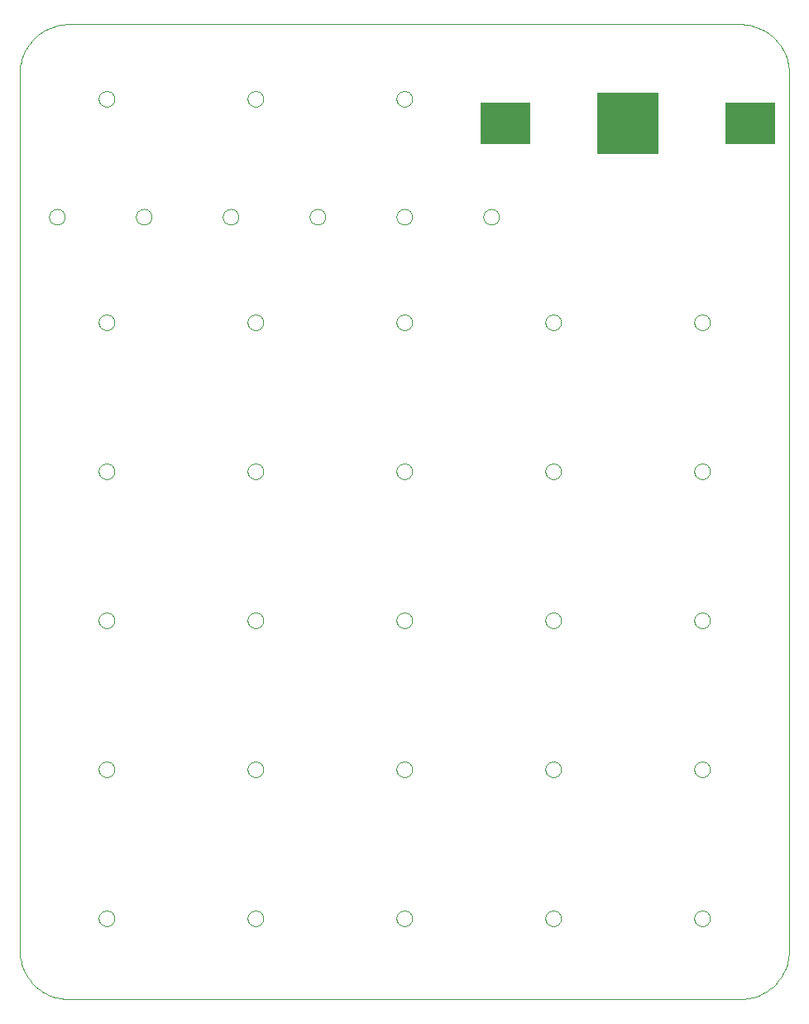
<source format=gbp>
G75*
G70*
%OFA0B0*%
%FSLAX24Y24*%
%IPPOS*%
%LPD*%
%AMOC8*
5,1,8,0,0,1.08239X$1,22.5*
%
%ADD10C,0.0010*%
%ADD11C,0.0039*%
%ADD12C,0.0000*%
%ADD13R,0.2500X0.2500*%
%ADD14R,0.2000X0.1700*%
D10*
X027651Y000151D02*
X029151Y000151D01*
D11*
X000151Y002120D02*
X000151Y018151D01*
X000151Y037433D01*
X000153Y037527D01*
X000160Y037620D01*
X000171Y037713D01*
X000187Y037806D01*
X000207Y037897D01*
X000231Y037988D01*
X000259Y038077D01*
X000292Y038165D01*
X000329Y038251D01*
X000370Y038335D01*
X000415Y038418D01*
X000464Y038498D01*
X000516Y038575D01*
X000572Y038650D01*
X000632Y038722D01*
X000695Y038792D01*
X000761Y038858D01*
X000831Y038921D01*
X000903Y038981D01*
X000978Y039037D01*
X001055Y039089D01*
X001135Y039138D01*
X001218Y039183D01*
X001302Y039224D01*
X001388Y039261D01*
X001476Y039294D01*
X001565Y039322D01*
X001656Y039346D01*
X001747Y039366D01*
X001840Y039382D01*
X001933Y039393D01*
X002026Y039400D01*
X002120Y039402D01*
X002120Y039401D02*
X015651Y039401D01*
X029183Y039401D01*
X029183Y039402D02*
X029277Y039400D01*
X029370Y039393D01*
X029463Y039382D01*
X029556Y039366D01*
X029647Y039346D01*
X029738Y039322D01*
X029827Y039294D01*
X029915Y039261D01*
X030001Y039224D01*
X030085Y039183D01*
X030167Y039138D01*
X030248Y039089D01*
X030325Y039037D01*
X030400Y038981D01*
X030472Y038921D01*
X030542Y038858D01*
X030608Y038792D01*
X030671Y038722D01*
X030731Y038650D01*
X030787Y038575D01*
X030839Y038498D01*
X030888Y038417D01*
X030933Y038335D01*
X030974Y038251D01*
X031011Y038165D01*
X031044Y038077D01*
X031072Y037988D01*
X031096Y037897D01*
X031116Y037806D01*
X031132Y037713D01*
X031143Y037620D01*
X031150Y037527D01*
X031152Y037433D01*
X031151Y037433D02*
X031151Y020901D01*
X031151Y002120D01*
X031152Y002120D02*
X031150Y002026D01*
X031143Y001933D01*
X031132Y001840D01*
X031116Y001747D01*
X031096Y001656D01*
X031072Y001565D01*
X031044Y001476D01*
X031011Y001388D01*
X030974Y001302D01*
X030933Y001218D01*
X030888Y001136D01*
X030839Y001055D01*
X030787Y000978D01*
X030731Y000903D01*
X030671Y000831D01*
X030608Y000761D01*
X030542Y000695D01*
X030472Y000632D01*
X030400Y000572D01*
X030325Y000516D01*
X030248Y000464D01*
X030168Y000415D01*
X030085Y000370D01*
X030001Y000329D01*
X029915Y000292D01*
X029827Y000259D01*
X029738Y000231D01*
X029647Y000207D01*
X029556Y000187D01*
X029463Y000171D01*
X029370Y000160D01*
X029277Y000153D01*
X029183Y000151D01*
X014651Y000151D01*
X002120Y000151D01*
X002026Y000153D01*
X001933Y000160D01*
X001840Y000171D01*
X001747Y000187D01*
X001656Y000207D01*
X001565Y000231D01*
X001476Y000259D01*
X001388Y000292D01*
X001302Y000329D01*
X001218Y000370D01*
X001135Y000415D01*
X001055Y000464D01*
X000978Y000516D01*
X000903Y000572D01*
X000831Y000632D01*
X000761Y000695D01*
X000695Y000761D01*
X000632Y000831D01*
X000572Y000903D01*
X000516Y000978D01*
X000464Y001055D01*
X000415Y001136D01*
X000370Y001218D01*
X000329Y001302D01*
X000292Y001388D01*
X000259Y001476D01*
X000231Y001565D01*
X000207Y001656D01*
X000187Y001747D01*
X000171Y001840D01*
X000160Y001933D01*
X000153Y002026D01*
X000151Y002120D01*
D12*
X003336Y003401D02*
X003338Y003436D01*
X003344Y003471D01*
X003354Y003505D01*
X003367Y003538D01*
X003384Y003569D01*
X003405Y003597D01*
X003428Y003624D01*
X003455Y003647D01*
X003483Y003668D01*
X003514Y003685D01*
X003547Y003698D01*
X003581Y003708D01*
X003616Y003714D01*
X003651Y003716D01*
X003686Y003714D01*
X003721Y003708D01*
X003755Y003698D01*
X003788Y003685D01*
X003819Y003668D01*
X003847Y003647D01*
X003874Y003624D01*
X003897Y003597D01*
X003918Y003569D01*
X003935Y003538D01*
X003948Y003505D01*
X003958Y003471D01*
X003964Y003436D01*
X003966Y003401D01*
X003964Y003366D01*
X003958Y003331D01*
X003948Y003297D01*
X003935Y003264D01*
X003918Y003233D01*
X003897Y003205D01*
X003874Y003178D01*
X003847Y003155D01*
X003819Y003134D01*
X003788Y003117D01*
X003755Y003104D01*
X003721Y003094D01*
X003686Y003088D01*
X003651Y003086D01*
X003616Y003088D01*
X003581Y003094D01*
X003547Y003104D01*
X003514Y003117D01*
X003483Y003134D01*
X003455Y003155D01*
X003428Y003178D01*
X003405Y003205D01*
X003384Y003233D01*
X003367Y003264D01*
X003354Y003297D01*
X003344Y003331D01*
X003338Y003366D01*
X003336Y003401D01*
X003336Y009401D02*
X003338Y009436D01*
X003344Y009471D01*
X003354Y009505D01*
X003367Y009538D01*
X003384Y009569D01*
X003405Y009597D01*
X003428Y009624D01*
X003455Y009647D01*
X003483Y009668D01*
X003514Y009685D01*
X003547Y009698D01*
X003581Y009708D01*
X003616Y009714D01*
X003651Y009716D01*
X003686Y009714D01*
X003721Y009708D01*
X003755Y009698D01*
X003788Y009685D01*
X003819Y009668D01*
X003847Y009647D01*
X003874Y009624D01*
X003897Y009597D01*
X003918Y009569D01*
X003935Y009538D01*
X003948Y009505D01*
X003958Y009471D01*
X003964Y009436D01*
X003966Y009401D01*
X003964Y009366D01*
X003958Y009331D01*
X003948Y009297D01*
X003935Y009264D01*
X003918Y009233D01*
X003897Y009205D01*
X003874Y009178D01*
X003847Y009155D01*
X003819Y009134D01*
X003788Y009117D01*
X003755Y009104D01*
X003721Y009094D01*
X003686Y009088D01*
X003651Y009086D01*
X003616Y009088D01*
X003581Y009094D01*
X003547Y009104D01*
X003514Y009117D01*
X003483Y009134D01*
X003455Y009155D01*
X003428Y009178D01*
X003405Y009205D01*
X003384Y009233D01*
X003367Y009264D01*
X003354Y009297D01*
X003344Y009331D01*
X003338Y009366D01*
X003336Y009401D01*
X003336Y015401D02*
X003338Y015436D01*
X003344Y015471D01*
X003354Y015505D01*
X003367Y015538D01*
X003384Y015569D01*
X003405Y015597D01*
X003428Y015624D01*
X003455Y015647D01*
X003483Y015668D01*
X003514Y015685D01*
X003547Y015698D01*
X003581Y015708D01*
X003616Y015714D01*
X003651Y015716D01*
X003686Y015714D01*
X003721Y015708D01*
X003755Y015698D01*
X003788Y015685D01*
X003819Y015668D01*
X003847Y015647D01*
X003874Y015624D01*
X003897Y015597D01*
X003918Y015569D01*
X003935Y015538D01*
X003948Y015505D01*
X003958Y015471D01*
X003964Y015436D01*
X003966Y015401D01*
X003964Y015366D01*
X003958Y015331D01*
X003948Y015297D01*
X003935Y015264D01*
X003918Y015233D01*
X003897Y015205D01*
X003874Y015178D01*
X003847Y015155D01*
X003819Y015134D01*
X003788Y015117D01*
X003755Y015104D01*
X003721Y015094D01*
X003686Y015088D01*
X003651Y015086D01*
X003616Y015088D01*
X003581Y015094D01*
X003547Y015104D01*
X003514Y015117D01*
X003483Y015134D01*
X003455Y015155D01*
X003428Y015178D01*
X003405Y015205D01*
X003384Y015233D01*
X003367Y015264D01*
X003354Y015297D01*
X003344Y015331D01*
X003338Y015366D01*
X003336Y015401D01*
X003336Y021401D02*
X003338Y021436D01*
X003344Y021471D01*
X003354Y021505D01*
X003367Y021538D01*
X003384Y021569D01*
X003405Y021597D01*
X003428Y021624D01*
X003455Y021647D01*
X003483Y021668D01*
X003514Y021685D01*
X003547Y021698D01*
X003581Y021708D01*
X003616Y021714D01*
X003651Y021716D01*
X003686Y021714D01*
X003721Y021708D01*
X003755Y021698D01*
X003788Y021685D01*
X003819Y021668D01*
X003847Y021647D01*
X003874Y021624D01*
X003897Y021597D01*
X003918Y021569D01*
X003935Y021538D01*
X003948Y021505D01*
X003958Y021471D01*
X003964Y021436D01*
X003966Y021401D01*
X003964Y021366D01*
X003958Y021331D01*
X003948Y021297D01*
X003935Y021264D01*
X003918Y021233D01*
X003897Y021205D01*
X003874Y021178D01*
X003847Y021155D01*
X003819Y021134D01*
X003788Y021117D01*
X003755Y021104D01*
X003721Y021094D01*
X003686Y021088D01*
X003651Y021086D01*
X003616Y021088D01*
X003581Y021094D01*
X003547Y021104D01*
X003514Y021117D01*
X003483Y021134D01*
X003455Y021155D01*
X003428Y021178D01*
X003405Y021205D01*
X003384Y021233D01*
X003367Y021264D01*
X003354Y021297D01*
X003344Y021331D01*
X003338Y021366D01*
X003336Y021401D01*
X003336Y027401D02*
X003338Y027436D01*
X003344Y027471D01*
X003354Y027505D01*
X003367Y027538D01*
X003384Y027569D01*
X003405Y027597D01*
X003428Y027624D01*
X003455Y027647D01*
X003483Y027668D01*
X003514Y027685D01*
X003547Y027698D01*
X003581Y027708D01*
X003616Y027714D01*
X003651Y027716D01*
X003686Y027714D01*
X003721Y027708D01*
X003755Y027698D01*
X003788Y027685D01*
X003819Y027668D01*
X003847Y027647D01*
X003874Y027624D01*
X003897Y027597D01*
X003918Y027569D01*
X003935Y027538D01*
X003948Y027505D01*
X003958Y027471D01*
X003964Y027436D01*
X003966Y027401D01*
X003964Y027366D01*
X003958Y027331D01*
X003948Y027297D01*
X003935Y027264D01*
X003918Y027233D01*
X003897Y027205D01*
X003874Y027178D01*
X003847Y027155D01*
X003819Y027134D01*
X003788Y027117D01*
X003755Y027104D01*
X003721Y027094D01*
X003686Y027088D01*
X003651Y027086D01*
X003616Y027088D01*
X003581Y027094D01*
X003547Y027104D01*
X003514Y027117D01*
X003483Y027134D01*
X003455Y027155D01*
X003428Y027178D01*
X003405Y027205D01*
X003384Y027233D01*
X003367Y027264D01*
X003354Y027297D01*
X003344Y027331D01*
X003338Y027366D01*
X003336Y027401D01*
X001336Y031651D02*
X001338Y031686D01*
X001344Y031721D01*
X001354Y031755D01*
X001367Y031788D01*
X001384Y031819D01*
X001405Y031847D01*
X001428Y031874D01*
X001455Y031897D01*
X001483Y031918D01*
X001514Y031935D01*
X001547Y031948D01*
X001581Y031958D01*
X001616Y031964D01*
X001651Y031966D01*
X001686Y031964D01*
X001721Y031958D01*
X001755Y031948D01*
X001788Y031935D01*
X001819Y031918D01*
X001847Y031897D01*
X001874Y031874D01*
X001897Y031847D01*
X001918Y031819D01*
X001935Y031788D01*
X001948Y031755D01*
X001958Y031721D01*
X001964Y031686D01*
X001966Y031651D01*
X001964Y031616D01*
X001958Y031581D01*
X001948Y031547D01*
X001935Y031514D01*
X001918Y031483D01*
X001897Y031455D01*
X001874Y031428D01*
X001847Y031405D01*
X001819Y031384D01*
X001788Y031367D01*
X001755Y031354D01*
X001721Y031344D01*
X001686Y031338D01*
X001651Y031336D01*
X001616Y031338D01*
X001581Y031344D01*
X001547Y031354D01*
X001514Y031367D01*
X001483Y031384D01*
X001455Y031405D01*
X001428Y031428D01*
X001405Y031455D01*
X001384Y031483D01*
X001367Y031514D01*
X001354Y031547D01*
X001344Y031581D01*
X001338Y031616D01*
X001336Y031651D01*
X004836Y031651D02*
X004838Y031686D01*
X004844Y031721D01*
X004854Y031755D01*
X004867Y031788D01*
X004884Y031819D01*
X004905Y031847D01*
X004928Y031874D01*
X004955Y031897D01*
X004983Y031918D01*
X005014Y031935D01*
X005047Y031948D01*
X005081Y031958D01*
X005116Y031964D01*
X005151Y031966D01*
X005186Y031964D01*
X005221Y031958D01*
X005255Y031948D01*
X005288Y031935D01*
X005319Y031918D01*
X005347Y031897D01*
X005374Y031874D01*
X005397Y031847D01*
X005418Y031819D01*
X005435Y031788D01*
X005448Y031755D01*
X005458Y031721D01*
X005464Y031686D01*
X005466Y031651D01*
X005464Y031616D01*
X005458Y031581D01*
X005448Y031547D01*
X005435Y031514D01*
X005418Y031483D01*
X005397Y031455D01*
X005374Y031428D01*
X005347Y031405D01*
X005319Y031384D01*
X005288Y031367D01*
X005255Y031354D01*
X005221Y031344D01*
X005186Y031338D01*
X005151Y031336D01*
X005116Y031338D01*
X005081Y031344D01*
X005047Y031354D01*
X005014Y031367D01*
X004983Y031384D01*
X004955Y031405D01*
X004928Y031428D01*
X004905Y031455D01*
X004884Y031483D01*
X004867Y031514D01*
X004854Y031547D01*
X004844Y031581D01*
X004838Y031616D01*
X004836Y031651D01*
X008336Y031651D02*
X008338Y031686D01*
X008344Y031721D01*
X008354Y031755D01*
X008367Y031788D01*
X008384Y031819D01*
X008405Y031847D01*
X008428Y031874D01*
X008455Y031897D01*
X008483Y031918D01*
X008514Y031935D01*
X008547Y031948D01*
X008581Y031958D01*
X008616Y031964D01*
X008651Y031966D01*
X008686Y031964D01*
X008721Y031958D01*
X008755Y031948D01*
X008788Y031935D01*
X008819Y031918D01*
X008847Y031897D01*
X008874Y031874D01*
X008897Y031847D01*
X008918Y031819D01*
X008935Y031788D01*
X008948Y031755D01*
X008958Y031721D01*
X008964Y031686D01*
X008966Y031651D01*
X008964Y031616D01*
X008958Y031581D01*
X008948Y031547D01*
X008935Y031514D01*
X008918Y031483D01*
X008897Y031455D01*
X008874Y031428D01*
X008847Y031405D01*
X008819Y031384D01*
X008788Y031367D01*
X008755Y031354D01*
X008721Y031344D01*
X008686Y031338D01*
X008651Y031336D01*
X008616Y031338D01*
X008581Y031344D01*
X008547Y031354D01*
X008514Y031367D01*
X008483Y031384D01*
X008455Y031405D01*
X008428Y031428D01*
X008405Y031455D01*
X008384Y031483D01*
X008367Y031514D01*
X008354Y031547D01*
X008344Y031581D01*
X008338Y031616D01*
X008336Y031651D01*
X009336Y027401D02*
X009338Y027436D01*
X009344Y027471D01*
X009354Y027505D01*
X009367Y027538D01*
X009384Y027569D01*
X009405Y027597D01*
X009428Y027624D01*
X009455Y027647D01*
X009483Y027668D01*
X009514Y027685D01*
X009547Y027698D01*
X009581Y027708D01*
X009616Y027714D01*
X009651Y027716D01*
X009686Y027714D01*
X009721Y027708D01*
X009755Y027698D01*
X009788Y027685D01*
X009819Y027668D01*
X009847Y027647D01*
X009874Y027624D01*
X009897Y027597D01*
X009918Y027569D01*
X009935Y027538D01*
X009948Y027505D01*
X009958Y027471D01*
X009964Y027436D01*
X009966Y027401D01*
X009964Y027366D01*
X009958Y027331D01*
X009948Y027297D01*
X009935Y027264D01*
X009918Y027233D01*
X009897Y027205D01*
X009874Y027178D01*
X009847Y027155D01*
X009819Y027134D01*
X009788Y027117D01*
X009755Y027104D01*
X009721Y027094D01*
X009686Y027088D01*
X009651Y027086D01*
X009616Y027088D01*
X009581Y027094D01*
X009547Y027104D01*
X009514Y027117D01*
X009483Y027134D01*
X009455Y027155D01*
X009428Y027178D01*
X009405Y027205D01*
X009384Y027233D01*
X009367Y027264D01*
X009354Y027297D01*
X009344Y027331D01*
X009338Y027366D01*
X009336Y027401D01*
X011836Y031651D02*
X011838Y031686D01*
X011844Y031721D01*
X011854Y031755D01*
X011867Y031788D01*
X011884Y031819D01*
X011905Y031847D01*
X011928Y031874D01*
X011955Y031897D01*
X011983Y031918D01*
X012014Y031935D01*
X012047Y031948D01*
X012081Y031958D01*
X012116Y031964D01*
X012151Y031966D01*
X012186Y031964D01*
X012221Y031958D01*
X012255Y031948D01*
X012288Y031935D01*
X012319Y031918D01*
X012347Y031897D01*
X012374Y031874D01*
X012397Y031847D01*
X012418Y031819D01*
X012435Y031788D01*
X012448Y031755D01*
X012458Y031721D01*
X012464Y031686D01*
X012466Y031651D01*
X012464Y031616D01*
X012458Y031581D01*
X012448Y031547D01*
X012435Y031514D01*
X012418Y031483D01*
X012397Y031455D01*
X012374Y031428D01*
X012347Y031405D01*
X012319Y031384D01*
X012288Y031367D01*
X012255Y031354D01*
X012221Y031344D01*
X012186Y031338D01*
X012151Y031336D01*
X012116Y031338D01*
X012081Y031344D01*
X012047Y031354D01*
X012014Y031367D01*
X011983Y031384D01*
X011955Y031405D01*
X011928Y031428D01*
X011905Y031455D01*
X011884Y031483D01*
X011867Y031514D01*
X011854Y031547D01*
X011844Y031581D01*
X011838Y031616D01*
X011836Y031651D01*
X015336Y031651D02*
X015338Y031686D01*
X015344Y031721D01*
X015354Y031755D01*
X015367Y031788D01*
X015384Y031819D01*
X015405Y031847D01*
X015428Y031874D01*
X015455Y031897D01*
X015483Y031918D01*
X015514Y031935D01*
X015547Y031948D01*
X015581Y031958D01*
X015616Y031964D01*
X015651Y031966D01*
X015686Y031964D01*
X015721Y031958D01*
X015755Y031948D01*
X015788Y031935D01*
X015819Y031918D01*
X015847Y031897D01*
X015874Y031874D01*
X015897Y031847D01*
X015918Y031819D01*
X015935Y031788D01*
X015948Y031755D01*
X015958Y031721D01*
X015964Y031686D01*
X015966Y031651D01*
X015964Y031616D01*
X015958Y031581D01*
X015948Y031547D01*
X015935Y031514D01*
X015918Y031483D01*
X015897Y031455D01*
X015874Y031428D01*
X015847Y031405D01*
X015819Y031384D01*
X015788Y031367D01*
X015755Y031354D01*
X015721Y031344D01*
X015686Y031338D01*
X015651Y031336D01*
X015616Y031338D01*
X015581Y031344D01*
X015547Y031354D01*
X015514Y031367D01*
X015483Y031384D01*
X015455Y031405D01*
X015428Y031428D01*
X015405Y031455D01*
X015384Y031483D01*
X015367Y031514D01*
X015354Y031547D01*
X015344Y031581D01*
X015338Y031616D01*
X015336Y031651D01*
X015336Y027401D02*
X015338Y027436D01*
X015344Y027471D01*
X015354Y027505D01*
X015367Y027538D01*
X015384Y027569D01*
X015405Y027597D01*
X015428Y027624D01*
X015455Y027647D01*
X015483Y027668D01*
X015514Y027685D01*
X015547Y027698D01*
X015581Y027708D01*
X015616Y027714D01*
X015651Y027716D01*
X015686Y027714D01*
X015721Y027708D01*
X015755Y027698D01*
X015788Y027685D01*
X015819Y027668D01*
X015847Y027647D01*
X015874Y027624D01*
X015897Y027597D01*
X015918Y027569D01*
X015935Y027538D01*
X015948Y027505D01*
X015958Y027471D01*
X015964Y027436D01*
X015966Y027401D01*
X015964Y027366D01*
X015958Y027331D01*
X015948Y027297D01*
X015935Y027264D01*
X015918Y027233D01*
X015897Y027205D01*
X015874Y027178D01*
X015847Y027155D01*
X015819Y027134D01*
X015788Y027117D01*
X015755Y027104D01*
X015721Y027094D01*
X015686Y027088D01*
X015651Y027086D01*
X015616Y027088D01*
X015581Y027094D01*
X015547Y027104D01*
X015514Y027117D01*
X015483Y027134D01*
X015455Y027155D01*
X015428Y027178D01*
X015405Y027205D01*
X015384Y027233D01*
X015367Y027264D01*
X015354Y027297D01*
X015344Y027331D01*
X015338Y027366D01*
X015336Y027401D01*
X018836Y031651D02*
X018838Y031686D01*
X018844Y031721D01*
X018854Y031755D01*
X018867Y031788D01*
X018884Y031819D01*
X018905Y031847D01*
X018928Y031874D01*
X018955Y031897D01*
X018983Y031918D01*
X019014Y031935D01*
X019047Y031948D01*
X019081Y031958D01*
X019116Y031964D01*
X019151Y031966D01*
X019186Y031964D01*
X019221Y031958D01*
X019255Y031948D01*
X019288Y031935D01*
X019319Y031918D01*
X019347Y031897D01*
X019374Y031874D01*
X019397Y031847D01*
X019418Y031819D01*
X019435Y031788D01*
X019448Y031755D01*
X019458Y031721D01*
X019464Y031686D01*
X019466Y031651D01*
X019464Y031616D01*
X019458Y031581D01*
X019448Y031547D01*
X019435Y031514D01*
X019418Y031483D01*
X019397Y031455D01*
X019374Y031428D01*
X019347Y031405D01*
X019319Y031384D01*
X019288Y031367D01*
X019255Y031354D01*
X019221Y031344D01*
X019186Y031338D01*
X019151Y031336D01*
X019116Y031338D01*
X019081Y031344D01*
X019047Y031354D01*
X019014Y031367D01*
X018983Y031384D01*
X018955Y031405D01*
X018928Y031428D01*
X018905Y031455D01*
X018884Y031483D01*
X018867Y031514D01*
X018854Y031547D01*
X018844Y031581D01*
X018838Y031616D01*
X018836Y031651D01*
X021336Y027401D02*
X021338Y027436D01*
X021344Y027471D01*
X021354Y027505D01*
X021367Y027538D01*
X021384Y027569D01*
X021405Y027597D01*
X021428Y027624D01*
X021455Y027647D01*
X021483Y027668D01*
X021514Y027685D01*
X021547Y027698D01*
X021581Y027708D01*
X021616Y027714D01*
X021651Y027716D01*
X021686Y027714D01*
X021721Y027708D01*
X021755Y027698D01*
X021788Y027685D01*
X021819Y027668D01*
X021847Y027647D01*
X021874Y027624D01*
X021897Y027597D01*
X021918Y027569D01*
X021935Y027538D01*
X021948Y027505D01*
X021958Y027471D01*
X021964Y027436D01*
X021966Y027401D01*
X021964Y027366D01*
X021958Y027331D01*
X021948Y027297D01*
X021935Y027264D01*
X021918Y027233D01*
X021897Y027205D01*
X021874Y027178D01*
X021847Y027155D01*
X021819Y027134D01*
X021788Y027117D01*
X021755Y027104D01*
X021721Y027094D01*
X021686Y027088D01*
X021651Y027086D01*
X021616Y027088D01*
X021581Y027094D01*
X021547Y027104D01*
X021514Y027117D01*
X021483Y027134D01*
X021455Y027155D01*
X021428Y027178D01*
X021405Y027205D01*
X021384Y027233D01*
X021367Y027264D01*
X021354Y027297D01*
X021344Y027331D01*
X021338Y027366D01*
X021336Y027401D01*
X021336Y021401D02*
X021338Y021436D01*
X021344Y021471D01*
X021354Y021505D01*
X021367Y021538D01*
X021384Y021569D01*
X021405Y021597D01*
X021428Y021624D01*
X021455Y021647D01*
X021483Y021668D01*
X021514Y021685D01*
X021547Y021698D01*
X021581Y021708D01*
X021616Y021714D01*
X021651Y021716D01*
X021686Y021714D01*
X021721Y021708D01*
X021755Y021698D01*
X021788Y021685D01*
X021819Y021668D01*
X021847Y021647D01*
X021874Y021624D01*
X021897Y021597D01*
X021918Y021569D01*
X021935Y021538D01*
X021948Y021505D01*
X021958Y021471D01*
X021964Y021436D01*
X021966Y021401D01*
X021964Y021366D01*
X021958Y021331D01*
X021948Y021297D01*
X021935Y021264D01*
X021918Y021233D01*
X021897Y021205D01*
X021874Y021178D01*
X021847Y021155D01*
X021819Y021134D01*
X021788Y021117D01*
X021755Y021104D01*
X021721Y021094D01*
X021686Y021088D01*
X021651Y021086D01*
X021616Y021088D01*
X021581Y021094D01*
X021547Y021104D01*
X021514Y021117D01*
X021483Y021134D01*
X021455Y021155D01*
X021428Y021178D01*
X021405Y021205D01*
X021384Y021233D01*
X021367Y021264D01*
X021354Y021297D01*
X021344Y021331D01*
X021338Y021366D01*
X021336Y021401D01*
X021336Y015401D02*
X021338Y015436D01*
X021344Y015471D01*
X021354Y015505D01*
X021367Y015538D01*
X021384Y015569D01*
X021405Y015597D01*
X021428Y015624D01*
X021455Y015647D01*
X021483Y015668D01*
X021514Y015685D01*
X021547Y015698D01*
X021581Y015708D01*
X021616Y015714D01*
X021651Y015716D01*
X021686Y015714D01*
X021721Y015708D01*
X021755Y015698D01*
X021788Y015685D01*
X021819Y015668D01*
X021847Y015647D01*
X021874Y015624D01*
X021897Y015597D01*
X021918Y015569D01*
X021935Y015538D01*
X021948Y015505D01*
X021958Y015471D01*
X021964Y015436D01*
X021966Y015401D01*
X021964Y015366D01*
X021958Y015331D01*
X021948Y015297D01*
X021935Y015264D01*
X021918Y015233D01*
X021897Y015205D01*
X021874Y015178D01*
X021847Y015155D01*
X021819Y015134D01*
X021788Y015117D01*
X021755Y015104D01*
X021721Y015094D01*
X021686Y015088D01*
X021651Y015086D01*
X021616Y015088D01*
X021581Y015094D01*
X021547Y015104D01*
X021514Y015117D01*
X021483Y015134D01*
X021455Y015155D01*
X021428Y015178D01*
X021405Y015205D01*
X021384Y015233D01*
X021367Y015264D01*
X021354Y015297D01*
X021344Y015331D01*
X021338Y015366D01*
X021336Y015401D01*
X021336Y009401D02*
X021338Y009436D01*
X021344Y009471D01*
X021354Y009505D01*
X021367Y009538D01*
X021384Y009569D01*
X021405Y009597D01*
X021428Y009624D01*
X021455Y009647D01*
X021483Y009668D01*
X021514Y009685D01*
X021547Y009698D01*
X021581Y009708D01*
X021616Y009714D01*
X021651Y009716D01*
X021686Y009714D01*
X021721Y009708D01*
X021755Y009698D01*
X021788Y009685D01*
X021819Y009668D01*
X021847Y009647D01*
X021874Y009624D01*
X021897Y009597D01*
X021918Y009569D01*
X021935Y009538D01*
X021948Y009505D01*
X021958Y009471D01*
X021964Y009436D01*
X021966Y009401D01*
X021964Y009366D01*
X021958Y009331D01*
X021948Y009297D01*
X021935Y009264D01*
X021918Y009233D01*
X021897Y009205D01*
X021874Y009178D01*
X021847Y009155D01*
X021819Y009134D01*
X021788Y009117D01*
X021755Y009104D01*
X021721Y009094D01*
X021686Y009088D01*
X021651Y009086D01*
X021616Y009088D01*
X021581Y009094D01*
X021547Y009104D01*
X021514Y009117D01*
X021483Y009134D01*
X021455Y009155D01*
X021428Y009178D01*
X021405Y009205D01*
X021384Y009233D01*
X021367Y009264D01*
X021354Y009297D01*
X021344Y009331D01*
X021338Y009366D01*
X021336Y009401D01*
X021336Y003401D02*
X021338Y003436D01*
X021344Y003471D01*
X021354Y003505D01*
X021367Y003538D01*
X021384Y003569D01*
X021405Y003597D01*
X021428Y003624D01*
X021455Y003647D01*
X021483Y003668D01*
X021514Y003685D01*
X021547Y003698D01*
X021581Y003708D01*
X021616Y003714D01*
X021651Y003716D01*
X021686Y003714D01*
X021721Y003708D01*
X021755Y003698D01*
X021788Y003685D01*
X021819Y003668D01*
X021847Y003647D01*
X021874Y003624D01*
X021897Y003597D01*
X021918Y003569D01*
X021935Y003538D01*
X021948Y003505D01*
X021958Y003471D01*
X021964Y003436D01*
X021966Y003401D01*
X021964Y003366D01*
X021958Y003331D01*
X021948Y003297D01*
X021935Y003264D01*
X021918Y003233D01*
X021897Y003205D01*
X021874Y003178D01*
X021847Y003155D01*
X021819Y003134D01*
X021788Y003117D01*
X021755Y003104D01*
X021721Y003094D01*
X021686Y003088D01*
X021651Y003086D01*
X021616Y003088D01*
X021581Y003094D01*
X021547Y003104D01*
X021514Y003117D01*
X021483Y003134D01*
X021455Y003155D01*
X021428Y003178D01*
X021405Y003205D01*
X021384Y003233D01*
X021367Y003264D01*
X021354Y003297D01*
X021344Y003331D01*
X021338Y003366D01*
X021336Y003401D01*
X015336Y003401D02*
X015338Y003436D01*
X015344Y003471D01*
X015354Y003505D01*
X015367Y003538D01*
X015384Y003569D01*
X015405Y003597D01*
X015428Y003624D01*
X015455Y003647D01*
X015483Y003668D01*
X015514Y003685D01*
X015547Y003698D01*
X015581Y003708D01*
X015616Y003714D01*
X015651Y003716D01*
X015686Y003714D01*
X015721Y003708D01*
X015755Y003698D01*
X015788Y003685D01*
X015819Y003668D01*
X015847Y003647D01*
X015874Y003624D01*
X015897Y003597D01*
X015918Y003569D01*
X015935Y003538D01*
X015948Y003505D01*
X015958Y003471D01*
X015964Y003436D01*
X015966Y003401D01*
X015964Y003366D01*
X015958Y003331D01*
X015948Y003297D01*
X015935Y003264D01*
X015918Y003233D01*
X015897Y003205D01*
X015874Y003178D01*
X015847Y003155D01*
X015819Y003134D01*
X015788Y003117D01*
X015755Y003104D01*
X015721Y003094D01*
X015686Y003088D01*
X015651Y003086D01*
X015616Y003088D01*
X015581Y003094D01*
X015547Y003104D01*
X015514Y003117D01*
X015483Y003134D01*
X015455Y003155D01*
X015428Y003178D01*
X015405Y003205D01*
X015384Y003233D01*
X015367Y003264D01*
X015354Y003297D01*
X015344Y003331D01*
X015338Y003366D01*
X015336Y003401D01*
X015336Y009401D02*
X015338Y009436D01*
X015344Y009471D01*
X015354Y009505D01*
X015367Y009538D01*
X015384Y009569D01*
X015405Y009597D01*
X015428Y009624D01*
X015455Y009647D01*
X015483Y009668D01*
X015514Y009685D01*
X015547Y009698D01*
X015581Y009708D01*
X015616Y009714D01*
X015651Y009716D01*
X015686Y009714D01*
X015721Y009708D01*
X015755Y009698D01*
X015788Y009685D01*
X015819Y009668D01*
X015847Y009647D01*
X015874Y009624D01*
X015897Y009597D01*
X015918Y009569D01*
X015935Y009538D01*
X015948Y009505D01*
X015958Y009471D01*
X015964Y009436D01*
X015966Y009401D01*
X015964Y009366D01*
X015958Y009331D01*
X015948Y009297D01*
X015935Y009264D01*
X015918Y009233D01*
X015897Y009205D01*
X015874Y009178D01*
X015847Y009155D01*
X015819Y009134D01*
X015788Y009117D01*
X015755Y009104D01*
X015721Y009094D01*
X015686Y009088D01*
X015651Y009086D01*
X015616Y009088D01*
X015581Y009094D01*
X015547Y009104D01*
X015514Y009117D01*
X015483Y009134D01*
X015455Y009155D01*
X015428Y009178D01*
X015405Y009205D01*
X015384Y009233D01*
X015367Y009264D01*
X015354Y009297D01*
X015344Y009331D01*
X015338Y009366D01*
X015336Y009401D01*
X015336Y015401D02*
X015338Y015436D01*
X015344Y015471D01*
X015354Y015505D01*
X015367Y015538D01*
X015384Y015569D01*
X015405Y015597D01*
X015428Y015624D01*
X015455Y015647D01*
X015483Y015668D01*
X015514Y015685D01*
X015547Y015698D01*
X015581Y015708D01*
X015616Y015714D01*
X015651Y015716D01*
X015686Y015714D01*
X015721Y015708D01*
X015755Y015698D01*
X015788Y015685D01*
X015819Y015668D01*
X015847Y015647D01*
X015874Y015624D01*
X015897Y015597D01*
X015918Y015569D01*
X015935Y015538D01*
X015948Y015505D01*
X015958Y015471D01*
X015964Y015436D01*
X015966Y015401D01*
X015964Y015366D01*
X015958Y015331D01*
X015948Y015297D01*
X015935Y015264D01*
X015918Y015233D01*
X015897Y015205D01*
X015874Y015178D01*
X015847Y015155D01*
X015819Y015134D01*
X015788Y015117D01*
X015755Y015104D01*
X015721Y015094D01*
X015686Y015088D01*
X015651Y015086D01*
X015616Y015088D01*
X015581Y015094D01*
X015547Y015104D01*
X015514Y015117D01*
X015483Y015134D01*
X015455Y015155D01*
X015428Y015178D01*
X015405Y015205D01*
X015384Y015233D01*
X015367Y015264D01*
X015354Y015297D01*
X015344Y015331D01*
X015338Y015366D01*
X015336Y015401D01*
X015336Y021401D02*
X015338Y021436D01*
X015344Y021471D01*
X015354Y021505D01*
X015367Y021538D01*
X015384Y021569D01*
X015405Y021597D01*
X015428Y021624D01*
X015455Y021647D01*
X015483Y021668D01*
X015514Y021685D01*
X015547Y021698D01*
X015581Y021708D01*
X015616Y021714D01*
X015651Y021716D01*
X015686Y021714D01*
X015721Y021708D01*
X015755Y021698D01*
X015788Y021685D01*
X015819Y021668D01*
X015847Y021647D01*
X015874Y021624D01*
X015897Y021597D01*
X015918Y021569D01*
X015935Y021538D01*
X015948Y021505D01*
X015958Y021471D01*
X015964Y021436D01*
X015966Y021401D01*
X015964Y021366D01*
X015958Y021331D01*
X015948Y021297D01*
X015935Y021264D01*
X015918Y021233D01*
X015897Y021205D01*
X015874Y021178D01*
X015847Y021155D01*
X015819Y021134D01*
X015788Y021117D01*
X015755Y021104D01*
X015721Y021094D01*
X015686Y021088D01*
X015651Y021086D01*
X015616Y021088D01*
X015581Y021094D01*
X015547Y021104D01*
X015514Y021117D01*
X015483Y021134D01*
X015455Y021155D01*
X015428Y021178D01*
X015405Y021205D01*
X015384Y021233D01*
X015367Y021264D01*
X015354Y021297D01*
X015344Y021331D01*
X015338Y021366D01*
X015336Y021401D01*
X009336Y021401D02*
X009338Y021436D01*
X009344Y021471D01*
X009354Y021505D01*
X009367Y021538D01*
X009384Y021569D01*
X009405Y021597D01*
X009428Y021624D01*
X009455Y021647D01*
X009483Y021668D01*
X009514Y021685D01*
X009547Y021698D01*
X009581Y021708D01*
X009616Y021714D01*
X009651Y021716D01*
X009686Y021714D01*
X009721Y021708D01*
X009755Y021698D01*
X009788Y021685D01*
X009819Y021668D01*
X009847Y021647D01*
X009874Y021624D01*
X009897Y021597D01*
X009918Y021569D01*
X009935Y021538D01*
X009948Y021505D01*
X009958Y021471D01*
X009964Y021436D01*
X009966Y021401D01*
X009964Y021366D01*
X009958Y021331D01*
X009948Y021297D01*
X009935Y021264D01*
X009918Y021233D01*
X009897Y021205D01*
X009874Y021178D01*
X009847Y021155D01*
X009819Y021134D01*
X009788Y021117D01*
X009755Y021104D01*
X009721Y021094D01*
X009686Y021088D01*
X009651Y021086D01*
X009616Y021088D01*
X009581Y021094D01*
X009547Y021104D01*
X009514Y021117D01*
X009483Y021134D01*
X009455Y021155D01*
X009428Y021178D01*
X009405Y021205D01*
X009384Y021233D01*
X009367Y021264D01*
X009354Y021297D01*
X009344Y021331D01*
X009338Y021366D01*
X009336Y021401D01*
X009336Y015401D02*
X009338Y015436D01*
X009344Y015471D01*
X009354Y015505D01*
X009367Y015538D01*
X009384Y015569D01*
X009405Y015597D01*
X009428Y015624D01*
X009455Y015647D01*
X009483Y015668D01*
X009514Y015685D01*
X009547Y015698D01*
X009581Y015708D01*
X009616Y015714D01*
X009651Y015716D01*
X009686Y015714D01*
X009721Y015708D01*
X009755Y015698D01*
X009788Y015685D01*
X009819Y015668D01*
X009847Y015647D01*
X009874Y015624D01*
X009897Y015597D01*
X009918Y015569D01*
X009935Y015538D01*
X009948Y015505D01*
X009958Y015471D01*
X009964Y015436D01*
X009966Y015401D01*
X009964Y015366D01*
X009958Y015331D01*
X009948Y015297D01*
X009935Y015264D01*
X009918Y015233D01*
X009897Y015205D01*
X009874Y015178D01*
X009847Y015155D01*
X009819Y015134D01*
X009788Y015117D01*
X009755Y015104D01*
X009721Y015094D01*
X009686Y015088D01*
X009651Y015086D01*
X009616Y015088D01*
X009581Y015094D01*
X009547Y015104D01*
X009514Y015117D01*
X009483Y015134D01*
X009455Y015155D01*
X009428Y015178D01*
X009405Y015205D01*
X009384Y015233D01*
X009367Y015264D01*
X009354Y015297D01*
X009344Y015331D01*
X009338Y015366D01*
X009336Y015401D01*
X009336Y009401D02*
X009338Y009436D01*
X009344Y009471D01*
X009354Y009505D01*
X009367Y009538D01*
X009384Y009569D01*
X009405Y009597D01*
X009428Y009624D01*
X009455Y009647D01*
X009483Y009668D01*
X009514Y009685D01*
X009547Y009698D01*
X009581Y009708D01*
X009616Y009714D01*
X009651Y009716D01*
X009686Y009714D01*
X009721Y009708D01*
X009755Y009698D01*
X009788Y009685D01*
X009819Y009668D01*
X009847Y009647D01*
X009874Y009624D01*
X009897Y009597D01*
X009918Y009569D01*
X009935Y009538D01*
X009948Y009505D01*
X009958Y009471D01*
X009964Y009436D01*
X009966Y009401D01*
X009964Y009366D01*
X009958Y009331D01*
X009948Y009297D01*
X009935Y009264D01*
X009918Y009233D01*
X009897Y009205D01*
X009874Y009178D01*
X009847Y009155D01*
X009819Y009134D01*
X009788Y009117D01*
X009755Y009104D01*
X009721Y009094D01*
X009686Y009088D01*
X009651Y009086D01*
X009616Y009088D01*
X009581Y009094D01*
X009547Y009104D01*
X009514Y009117D01*
X009483Y009134D01*
X009455Y009155D01*
X009428Y009178D01*
X009405Y009205D01*
X009384Y009233D01*
X009367Y009264D01*
X009354Y009297D01*
X009344Y009331D01*
X009338Y009366D01*
X009336Y009401D01*
X009336Y003401D02*
X009338Y003436D01*
X009344Y003471D01*
X009354Y003505D01*
X009367Y003538D01*
X009384Y003569D01*
X009405Y003597D01*
X009428Y003624D01*
X009455Y003647D01*
X009483Y003668D01*
X009514Y003685D01*
X009547Y003698D01*
X009581Y003708D01*
X009616Y003714D01*
X009651Y003716D01*
X009686Y003714D01*
X009721Y003708D01*
X009755Y003698D01*
X009788Y003685D01*
X009819Y003668D01*
X009847Y003647D01*
X009874Y003624D01*
X009897Y003597D01*
X009918Y003569D01*
X009935Y003538D01*
X009948Y003505D01*
X009958Y003471D01*
X009964Y003436D01*
X009966Y003401D01*
X009964Y003366D01*
X009958Y003331D01*
X009948Y003297D01*
X009935Y003264D01*
X009918Y003233D01*
X009897Y003205D01*
X009874Y003178D01*
X009847Y003155D01*
X009819Y003134D01*
X009788Y003117D01*
X009755Y003104D01*
X009721Y003094D01*
X009686Y003088D01*
X009651Y003086D01*
X009616Y003088D01*
X009581Y003094D01*
X009547Y003104D01*
X009514Y003117D01*
X009483Y003134D01*
X009455Y003155D01*
X009428Y003178D01*
X009405Y003205D01*
X009384Y003233D01*
X009367Y003264D01*
X009354Y003297D01*
X009344Y003331D01*
X009338Y003366D01*
X009336Y003401D01*
X027336Y003401D02*
X027338Y003436D01*
X027344Y003471D01*
X027354Y003505D01*
X027367Y003538D01*
X027384Y003569D01*
X027405Y003597D01*
X027428Y003624D01*
X027455Y003647D01*
X027483Y003668D01*
X027514Y003685D01*
X027547Y003698D01*
X027581Y003708D01*
X027616Y003714D01*
X027651Y003716D01*
X027686Y003714D01*
X027721Y003708D01*
X027755Y003698D01*
X027788Y003685D01*
X027819Y003668D01*
X027847Y003647D01*
X027874Y003624D01*
X027897Y003597D01*
X027918Y003569D01*
X027935Y003538D01*
X027948Y003505D01*
X027958Y003471D01*
X027964Y003436D01*
X027966Y003401D01*
X027964Y003366D01*
X027958Y003331D01*
X027948Y003297D01*
X027935Y003264D01*
X027918Y003233D01*
X027897Y003205D01*
X027874Y003178D01*
X027847Y003155D01*
X027819Y003134D01*
X027788Y003117D01*
X027755Y003104D01*
X027721Y003094D01*
X027686Y003088D01*
X027651Y003086D01*
X027616Y003088D01*
X027581Y003094D01*
X027547Y003104D01*
X027514Y003117D01*
X027483Y003134D01*
X027455Y003155D01*
X027428Y003178D01*
X027405Y003205D01*
X027384Y003233D01*
X027367Y003264D01*
X027354Y003297D01*
X027344Y003331D01*
X027338Y003366D01*
X027336Y003401D01*
X027336Y009401D02*
X027338Y009436D01*
X027344Y009471D01*
X027354Y009505D01*
X027367Y009538D01*
X027384Y009569D01*
X027405Y009597D01*
X027428Y009624D01*
X027455Y009647D01*
X027483Y009668D01*
X027514Y009685D01*
X027547Y009698D01*
X027581Y009708D01*
X027616Y009714D01*
X027651Y009716D01*
X027686Y009714D01*
X027721Y009708D01*
X027755Y009698D01*
X027788Y009685D01*
X027819Y009668D01*
X027847Y009647D01*
X027874Y009624D01*
X027897Y009597D01*
X027918Y009569D01*
X027935Y009538D01*
X027948Y009505D01*
X027958Y009471D01*
X027964Y009436D01*
X027966Y009401D01*
X027964Y009366D01*
X027958Y009331D01*
X027948Y009297D01*
X027935Y009264D01*
X027918Y009233D01*
X027897Y009205D01*
X027874Y009178D01*
X027847Y009155D01*
X027819Y009134D01*
X027788Y009117D01*
X027755Y009104D01*
X027721Y009094D01*
X027686Y009088D01*
X027651Y009086D01*
X027616Y009088D01*
X027581Y009094D01*
X027547Y009104D01*
X027514Y009117D01*
X027483Y009134D01*
X027455Y009155D01*
X027428Y009178D01*
X027405Y009205D01*
X027384Y009233D01*
X027367Y009264D01*
X027354Y009297D01*
X027344Y009331D01*
X027338Y009366D01*
X027336Y009401D01*
X027336Y015401D02*
X027338Y015436D01*
X027344Y015471D01*
X027354Y015505D01*
X027367Y015538D01*
X027384Y015569D01*
X027405Y015597D01*
X027428Y015624D01*
X027455Y015647D01*
X027483Y015668D01*
X027514Y015685D01*
X027547Y015698D01*
X027581Y015708D01*
X027616Y015714D01*
X027651Y015716D01*
X027686Y015714D01*
X027721Y015708D01*
X027755Y015698D01*
X027788Y015685D01*
X027819Y015668D01*
X027847Y015647D01*
X027874Y015624D01*
X027897Y015597D01*
X027918Y015569D01*
X027935Y015538D01*
X027948Y015505D01*
X027958Y015471D01*
X027964Y015436D01*
X027966Y015401D01*
X027964Y015366D01*
X027958Y015331D01*
X027948Y015297D01*
X027935Y015264D01*
X027918Y015233D01*
X027897Y015205D01*
X027874Y015178D01*
X027847Y015155D01*
X027819Y015134D01*
X027788Y015117D01*
X027755Y015104D01*
X027721Y015094D01*
X027686Y015088D01*
X027651Y015086D01*
X027616Y015088D01*
X027581Y015094D01*
X027547Y015104D01*
X027514Y015117D01*
X027483Y015134D01*
X027455Y015155D01*
X027428Y015178D01*
X027405Y015205D01*
X027384Y015233D01*
X027367Y015264D01*
X027354Y015297D01*
X027344Y015331D01*
X027338Y015366D01*
X027336Y015401D01*
X027336Y021401D02*
X027338Y021436D01*
X027344Y021471D01*
X027354Y021505D01*
X027367Y021538D01*
X027384Y021569D01*
X027405Y021597D01*
X027428Y021624D01*
X027455Y021647D01*
X027483Y021668D01*
X027514Y021685D01*
X027547Y021698D01*
X027581Y021708D01*
X027616Y021714D01*
X027651Y021716D01*
X027686Y021714D01*
X027721Y021708D01*
X027755Y021698D01*
X027788Y021685D01*
X027819Y021668D01*
X027847Y021647D01*
X027874Y021624D01*
X027897Y021597D01*
X027918Y021569D01*
X027935Y021538D01*
X027948Y021505D01*
X027958Y021471D01*
X027964Y021436D01*
X027966Y021401D01*
X027964Y021366D01*
X027958Y021331D01*
X027948Y021297D01*
X027935Y021264D01*
X027918Y021233D01*
X027897Y021205D01*
X027874Y021178D01*
X027847Y021155D01*
X027819Y021134D01*
X027788Y021117D01*
X027755Y021104D01*
X027721Y021094D01*
X027686Y021088D01*
X027651Y021086D01*
X027616Y021088D01*
X027581Y021094D01*
X027547Y021104D01*
X027514Y021117D01*
X027483Y021134D01*
X027455Y021155D01*
X027428Y021178D01*
X027405Y021205D01*
X027384Y021233D01*
X027367Y021264D01*
X027354Y021297D01*
X027344Y021331D01*
X027338Y021366D01*
X027336Y021401D01*
X027336Y027401D02*
X027338Y027436D01*
X027344Y027471D01*
X027354Y027505D01*
X027367Y027538D01*
X027384Y027569D01*
X027405Y027597D01*
X027428Y027624D01*
X027455Y027647D01*
X027483Y027668D01*
X027514Y027685D01*
X027547Y027698D01*
X027581Y027708D01*
X027616Y027714D01*
X027651Y027716D01*
X027686Y027714D01*
X027721Y027708D01*
X027755Y027698D01*
X027788Y027685D01*
X027819Y027668D01*
X027847Y027647D01*
X027874Y027624D01*
X027897Y027597D01*
X027918Y027569D01*
X027935Y027538D01*
X027948Y027505D01*
X027958Y027471D01*
X027964Y027436D01*
X027966Y027401D01*
X027964Y027366D01*
X027958Y027331D01*
X027948Y027297D01*
X027935Y027264D01*
X027918Y027233D01*
X027897Y027205D01*
X027874Y027178D01*
X027847Y027155D01*
X027819Y027134D01*
X027788Y027117D01*
X027755Y027104D01*
X027721Y027094D01*
X027686Y027088D01*
X027651Y027086D01*
X027616Y027088D01*
X027581Y027094D01*
X027547Y027104D01*
X027514Y027117D01*
X027483Y027134D01*
X027455Y027155D01*
X027428Y027178D01*
X027405Y027205D01*
X027384Y027233D01*
X027367Y027264D01*
X027354Y027297D01*
X027344Y027331D01*
X027338Y027366D01*
X027336Y027401D01*
X015336Y036401D02*
X015338Y036436D01*
X015344Y036471D01*
X015354Y036505D01*
X015367Y036538D01*
X015384Y036569D01*
X015405Y036597D01*
X015428Y036624D01*
X015455Y036647D01*
X015483Y036668D01*
X015514Y036685D01*
X015547Y036698D01*
X015581Y036708D01*
X015616Y036714D01*
X015651Y036716D01*
X015686Y036714D01*
X015721Y036708D01*
X015755Y036698D01*
X015788Y036685D01*
X015819Y036668D01*
X015847Y036647D01*
X015874Y036624D01*
X015897Y036597D01*
X015918Y036569D01*
X015935Y036538D01*
X015948Y036505D01*
X015958Y036471D01*
X015964Y036436D01*
X015966Y036401D01*
X015964Y036366D01*
X015958Y036331D01*
X015948Y036297D01*
X015935Y036264D01*
X015918Y036233D01*
X015897Y036205D01*
X015874Y036178D01*
X015847Y036155D01*
X015819Y036134D01*
X015788Y036117D01*
X015755Y036104D01*
X015721Y036094D01*
X015686Y036088D01*
X015651Y036086D01*
X015616Y036088D01*
X015581Y036094D01*
X015547Y036104D01*
X015514Y036117D01*
X015483Y036134D01*
X015455Y036155D01*
X015428Y036178D01*
X015405Y036205D01*
X015384Y036233D01*
X015367Y036264D01*
X015354Y036297D01*
X015344Y036331D01*
X015338Y036366D01*
X015336Y036401D01*
X009336Y036401D02*
X009338Y036436D01*
X009344Y036471D01*
X009354Y036505D01*
X009367Y036538D01*
X009384Y036569D01*
X009405Y036597D01*
X009428Y036624D01*
X009455Y036647D01*
X009483Y036668D01*
X009514Y036685D01*
X009547Y036698D01*
X009581Y036708D01*
X009616Y036714D01*
X009651Y036716D01*
X009686Y036714D01*
X009721Y036708D01*
X009755Y036698D01*
X009788Y036685D01*
X009819Y036668D01*
X009847Y036647D01*
X009874Y036624D01*
X009897Y036597D01*
X009918Y036569D01*
X009935Y036538D01*
X009948Y036505D01*
X009958Y036471D01*
X009964Y036436D01*
X009966Y036401D01*
X009964Y036366D01*
X009958Y036331D01*
X009948Y036297D01*
X009935Y036264D01*
X009918Y036233D01*
X009897Y036205D01*
X009874Y036178D01*
X009847Y036155D01*
X009819Y036134D01*
X009788Y036117D01*
X009755Y036104D01*
X009721Y036094D01*
X009686Y036088D01*
X009651Y036086D01*
X009616Y036088D01*
X009581Y036094D01*
X009547Y036104D01*
X009514Y036117D01*
X009483Y036134D01*
X009455Y036155D01*
X009428Y036178D01*
X009405Y036205D01*
X009384Y036233D01*
X009367Y036264D01*
X009354Y036297D01*
X009344Y036331D01*
X009338Y036366D01*
X009336Y036401D01*
X003336Y036401D02*
X003338Y036436D01*
X003344Y036471D01*
X003354Y036505D01*
X003367Y036538D01*
X003384Y036569D01*
X003405Y036597D01*
X003428Y036624D01*
X003455Y036647D01*
X003483Y036668D01*
X003514Y036685D01*
X003547Y036698D01*
X003581Y036708D01*
X003616Y036714D01*
X003651Y036716D01*
X003686Y036714D01*
X003721Y036708D01*
X003755Y036698D01*
X003788Y036685D01*
X003819Y036668D01*
X003847Y036647D01*
X003874Y036624D01*
X003897Y036597D01*
X003918Y036569D01*
X003935Y036538D01*
X003948Y036505D01*
X003958Y036471D01*
X003964Y036436D01*
X003966Y036401D01*
X003964Y036366D01*
X003958Y036331D01*
X003948Y036297D01*
X003935Y036264D01*
X003918Y036233D01*
X003897Y036205D01*
X003874Y036178D01*
X003847Y036155D01*
X003819Y036134D01*
X003788Y036117D01*
X003755Y036104D01*
X003721Y036094D01*
X003686Y036088D01*
X003651Y036086D01*
X003616Y036088D01*
X003581Y036094D01*
X003547Y036104D01*
X003514Y036117D01*
X003483Y036134D01*
X003455Y036155D01*
X003428Y036178D01*
X003405Y036205D01*
X003384Y036233D01*
X003367Y036264D01*
X003354Y036297D01*
X003344Y036331D01*
X003338Y036366D01*
X003336Y036401D01*
D13*
X024651Y035401D03*
D14*
X019730Y035401D03*
X029572Y035401D03*
M02*

</source>
